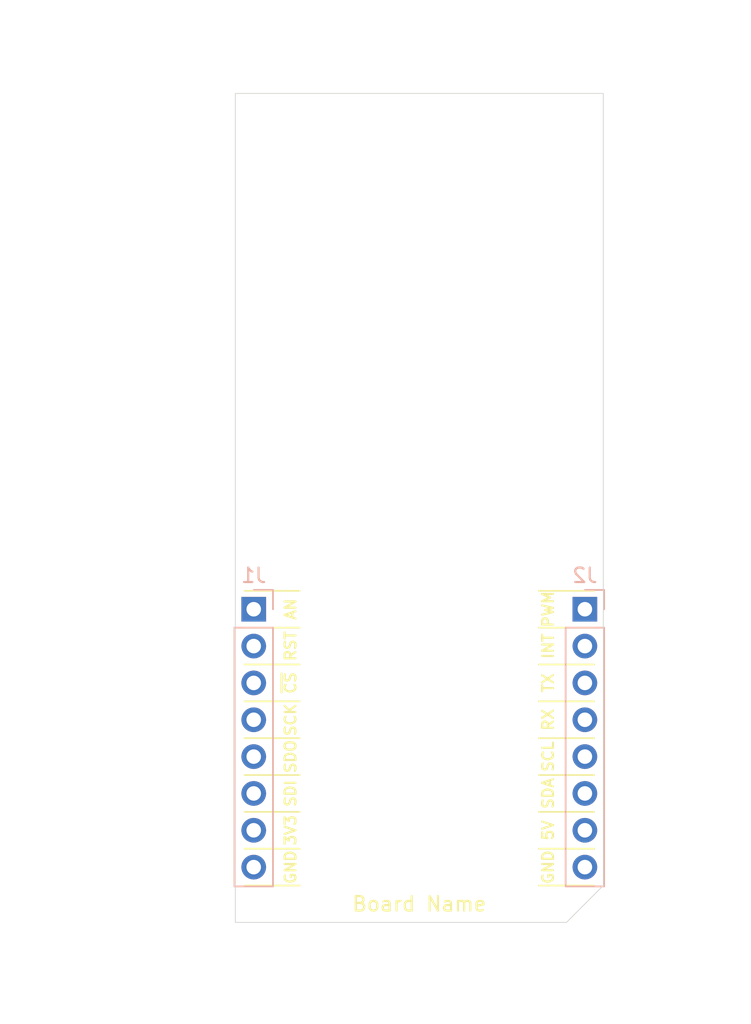
<source format=kicad_pcb>
(kicad_pcb (version 20221018) (generator pcbnew)
  (layers (0 "F.Cu" signal) (31 "B.Cu" signal) (34 "B.Paste" user) (35 "F.Paste" user) (36 "B.SilkS" user "B.Silkscreen") (37 "F.SilkS" user "F.Silkscreen") (38 "B.Mask" user) (39 "F.Mask" user) (44 "Edge.Cuts" user))
  (net 0 "")
  (net 1 "GND")
  (net 2 "+3V3")
  (net 3 "/SDI")
  (net 4 "/SDO")
  (net 5 "/SCK")
  (net 6 "/~{CS}")
  (net 7 "/RST")
  (net 8 "/AN")
  (net 9 "+5V")
  (net 10 "/SDA")
  (net 11 "/SCL")
  (net 12 "/RX")
  (net 13 "/TX")
  (net 14 "/INT")
  (net 15 "/PWM")
  (footprint "Connector_PinHeader_2.54mm:PinHeader_1x08_P2.54mm_Vertical" (layer "B.Cu") (at 136.77 97.41 180)
    (fp_text reference "J1" (at 0 2.33) (layer "B.SilkS") (effects (justify mirror)))
    (fp_text value "Conn_01x08")
    (fp_line (start -1.33 -19.11) (end 1.33 -19.11) (stroke (width 0.12)) (layer "B.SilkS"))
    (fp_line (start -1.33 -1.27) (end -1.33 -19.11) (stroke (width 0.12)) (layer "B.SilkS"))
    (fp_line (start -1.33 -1.27) (end 1.33 -1.27) (stroke (width 0.12)) (layer "B.SilkS"))
    (fp_line (start -1.33 0) (end -1.33 1.33) (stroke (width 0.12)) (layer "B.SilkS"))
    (fp_line (start -1.33 1.33) (end 0 1.33) (stroke (width 0.12)) (layer "B.SilkS"))
    (fp_line (start 1.33 -1.27) (end 1.33 -19.11) (stroke (width 0.12)) (layer "B.SilkS"))
    (pad "1" thru_hole rect (at 0 0 180) (size 1.7 1.7) (drill 1) (layers "*.Cu" "*.Mask") (net 8 "/AN"))
    (pad "2" thru_hole oval (at 0 -2.54 180) (size 1.7 1.7) (drill 1) (layers "*.Cu" "*.Mask") (net 7 "/RST"))
    (pad "3" thru_hole oval (at 0 -5.08 180) (size 1.7 1.7) (drill 1) (layers "*.Cu" "*.Mask") (net 6 "/~{CS}"))
    (pad "4" thru_hole oval (at 0 -7.62 180) (size 1.7 1.7) (drill 1) (layers "*.Cu" "*.Mask") (net 5 "/SCK"))
    (pad "5" thru_hole oval (at 0 -10.16 180) (size 1.7 1.7) (drill 1) (layers "*.Cu" "*.Mask") (net 4 "/SDO"))
    (pad "6" thru_hole oval (at 0 -12.7 180) (size 1.7 1.7) (drill 1) (layers "*.Cu" "*.Mask") (net 3 "/SDI"))
    (pad "7" thru_hole oval (at 0 -15.24 180) (size 1.7 1.7) (drill 1) (layers "*.Cu" "*.Mask") (net 2 "+3V3"))
    (pad "8" thru_hole oval (at 0 -17.78 180) (size 1.7 1.7) (drill 1) (layers "*.Cu" "*.Mask") (net 1 "GND"))
  )
  (footprint "Connector_PinHeader_2.54mm:PinHeader_1x08_P2.54mm_Vertical" (layer "B.Cu") (at 159.63 97.41 180)
    (fp_text reference "J2" (at 0 2.33) (layer "B.SilkS") (effects (justify mirror)))
    (fp_text value "Conn_01x08")
    (fp_line (start -1.33 -19.11) (end 1.33 -19.11) (stroke (width 0.12)) (layer "B.SilkS"))
    (fp_line (start -1.33 -1.27) (end -1.33 -19.11) (stroke (width 0.12)) (layer "B.SilkS"))
    (fp_line (start -1.33 -1.27) (end 1.33 -1.27) (stroke (width 0.12)) (layer "B.SilkS"))
    (fp_line (start -1.33 0) (end -1.33 1.33) (stroke (width 0.12)) (layer "B.SilkS"))
    (fp_line (start -1.33 1.33) (end 0 1.33) (stroke (width 0.12)) (layer "B.SilkS"))
    (fp_line (start 1.33 -1.27) (end 1.33 -19.11) (stroke (width 0.12)) (layer "B.SilkS"))
    (pad "1" thru_hole rect (at 0 0 180) (size 1.7 1.7) (drill 1) (layers "*.Cu" "*.Mask") (net 15 "/PWM"))
    (pad "2" thru_hole oval (at 0 -2.54 180) (size 1.7 1.7) (drill 1) (layers "*.Cu" "*.Mask") (net 14 "/INT"))
    (pad "3" thru_hole oval (at 0 -5.08 180) (size 1.7 1.7) (drill 1) (layers "*.Cu" "*.Mask") (net 13 "/TX"))
    (pad "4" thru_hole oval (at 0 -7.62 180) (size 1.7 1.7) (drill 1) (layers "*.Cu" "*.Mask") (net 12 "/RX"))
    (pad "5" thru_hole oval (at 0 -10.16 180) (size 1.7 1.7) (drill 1) (layers "*.Cu" "*.Mask") (net 11 "/SCL"))
    (pad "6" thru_hole oval (at 0 -12.7 180) (size 1.7 1.7) (drill 1) (layers "*.Cu" "*.Mask") (net 10 "/SDA"))
    (pad "7" thru_hole oval (at 0 -15.24 180) (size 1.7 1.7) (drill 1) (layers "*.Cu" "*.Mask") (net 9 "+5V"))
    (pad "8" thru_hole oval (at 0 -17.78 180) (size 1.7 1.7) (drill 1) (layers "*.Cu" "*.Mask") (net 1 "GND"))
  )
  (gr_line (start 136.135 106.3) (end 139.945 106.3) (stroke (width 0.12)) (layer "F.SilkS"))
  (gr_line (start 136.135 103.76) (end 139.945 103.76) (stroke (width 0.12)) (layer "F.SilkS"))
  (gr_line (start 136.135 108.84) (end 139.945 108.84) (stroke (width 0.12)) (layer "F.SilkS"))
  (gr_line (start 136.135 116.46) (end 139.945 116.46) (stroke (width 0.12)) (layer "F.SilkS"))
  (gr_line (start 136.135 113.92) (end 139.945 113.92) (stroke (width 0.12)) (layer "F.SilkS"))
  (gr_line (start 136.135 111.38) (end 139.945 111.38) (stroke (width 0.12)) (layer "F.SilkS"))
  (gr_line (start 156.455 116.46) (end 160.265 116.46) (stroke (width 0.12)) (layer "F.SilkS"))
  (gr_line (start 156.455 108.84) (end 160.265 108.84) (stroke (width 0.12)) (layer "F.SilkS"))
  (gr_line (start 156.455 98.68) (end 160.265 98.68) (stroke (width 0.12)) (layer "F.SilkS"))
  (gr_line (start 156.455 106.3) (end 160.265 106.3) (stroke (width 0.12)) (layer "F.SilkS"))
  (gr_line (start 156.455 96.14) (end 160.265 96.14) (stroke (width 0.12)) (layer "F.SilkS"))
  (gr_line (start 156.455 113.92) (end 160.265 113.92) (stroke (width 0.12)) (layer "F.SilkS"))
  (gr_line (start 156.455 103.76) (end 160.265 103.76) (stroke (width 0.12)) (layer "F.SilkS"))
  (gr_line (start 156.455 101.22) (end 160.265 101.22) (stroke (width 0.12)) (layer "F.SilkS"))
  (gr_line (start 156.455 111.38) (end 160.265 111.38) (stroke (width 0.12)) (layer "F.SilkS"))
  (gr_line (start 136.135 101.22) (end 139.945 101.22) (stroke (width 0.12)) (layer "F.SilkS"))
  (gr_line (start 136.135 96.14) (end 139.945 96.14) (stroke (width 0.12)) (layer "F.SilkS"))
  (gr_line (start 136.135 98.68) (end 139.945 98.68) (stroke (width 0.12)) (layer "F.SilkS"))
  (gr_line (start 160.9 61.85) (end 160.9 76.074) (stroke (width 0.05)) (layer "Edge.Cuts"))
  (gr_line (start 160.9 116.46) (end 158.36 119) (stroke (width 0.05)) (layer "Edge.Cuts"))
  (gr_line (start 160.9 116.46) (end 160.9 90.425) (stroke (width 0.05)) (layer "Edge.Cuts"))
  (gr_line (start 135.5 61.85) (end 160.9 61.85) (stroke (width 0.05)) (layer "Edge.Cuts"))
  (gr_line (start 135.5 76.074) (end 135.5 61.85) (stroke (width 0.05)) (layer "Edge.Cuts"))
  (gr_line (start 135.5 119) (end 135.5 90.425) (stroke (width 0.05)) (layer "Edge.Cuts"))
  (gr_line (start 158.36 119) (end 135.5 119) (stroke (width 0.05)) (layer "Edge.Cuts"))
  (gr_line (start 160.9 90.425) (end 160.9 76.074) (stroke (width 0.05)) (layer "Edge.Cuts"))
  (gr_line (start 135.5 90.425) (end 135.5 76.074) (stroke (width 0.05)) (layer "Edge.Cuts"))
  (gr_text "SDO" (at 139.31 107.57 90) (layer "F.SilkS") (effects (font (size 0.75 0.75))))
  (gr_text "3V3" (at 139.31 112.65 90) (layer "F.SilkS") (effects (font (size 0.75 0.75))))
  (gr_text "SCL" (at 157.09 107.57 90) (layer "F.SilkS") (effects (font (size 0.75 0.75))))
  (gr_text "AN" (at 139.31 97.41 90) (layer "F.SilkS") (effects (font (size 0.75 0.75))))
  (gr_text "SDI" (at 139.31 110.11 90) (layer "F.SilkS") (effects (font (size 0.75 0.75))))
  (gr_text "RST" (at 139.31 99.95 90) (layer "F.SilkS") (effects (font (size 0.75 0.75))))
  (gr_text "PWM" (at 157.09 97.41 90) (layer "F.SilkS") (effects (font (size 0.75 0.75))))
  (gr_text "TX" (at 157.09 102.49 90) (layer "F.SilkS") (effects (font (size 0.75 0.75))))
  (gr_text "Board Name" (at 148.2 117.73) (layer "F.SilkS") (effects (font (size 1 1))))
  (gr_text "SCK" (at 139.31 105.03 90) (layer "F.SilkS") (effects (font (size 0.75 0.75))))
  (gr_text "~{CS}" (at 139.31 102.49 90) (layer "F.SilkS") (effects (font (size 0.75 0.75))))
  (gr_text "GND" (at 157.09 115.19 90) (layer "F.SilkS") (effects (font (size 0.75 0.75))))
  (gr_text "INT" (at 157.09 99.95 90) (layer "F.SilkS") (effects (font (size 0.75 0.75))))
  (gr_text "GND" (at 139.31 115.19 90) (layer "F.SilkS") (effects (font (size 0.75 0.75))))
  (gr_text "SDA" (at 157.09 110.11 90) (layer "F.SilkS") (effects (font (size 0.75 0.75))))
  (gr_text "RX" (at 157.09 105.03 90) (layer "F.SilkS") (effects (font (size 0.75 0.75))))
  (gr_text "5V" (at 157.09 112.65 90) (layer "F.SilkS") (effects (font (size 0.75 0.75))))
)
</source>
